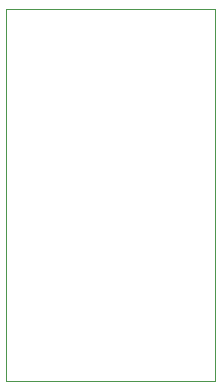
<source format=gbr>
%TF.GenerationSoftware,KiCad,Pcbnew,(5.1.6)-1*%
%TF.CreationDate,2021-05-02T13:18:50+02:00*%
%TF.ProjectId,cal-fram,63616c2d-6672-4616-9d2e-6b696361645f,rev?*%
%TF.SameCoordinates,Original*%
%TF.FileFunction,Profile,NP*%
%FSLAX46Y46*%
G04 Gerber Fmt 4.6, Leading zero omitted, Abs format (unit mm)*
G04 Created by KiCad (PCBNEW (5.1.6)-1) date 2021-05-02 13:18:50*
%MOMM*%
%LPD*%
G01*
G04 APERTURE LIST*
%TA.AperFunction,Profile*%
%ADD10C,0.050000*%
%TD*%
G04 APERTURE END LIST*
D10*
X143750000Y-99750000D02*
X143750000Y-68250000D01*
X161500000Y-99750000D02*
X143750000Y-99750000D01*
X161500000Y-68250000D02*
X161500000Y-99750000D01*
X143750000Y-68250000D02*
X161500000Y-68250000D01*
M02*

</source>
